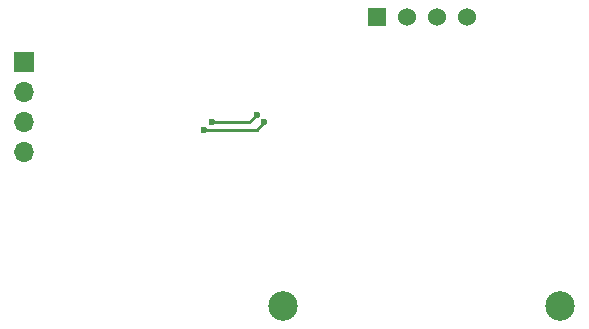
<source format=gtl>
G04 #@! TF.GenerationSoftware,KiCad,Pcbnew,(5.1.5)-3*
G04 #@! TF.CreationDate,2020-10-01T20:26:26+02:00*
G04 #@! TF.ProjectId,C64 Pi1541-II Faceplate,43363420-5069-4313-9534-312d49492046,rev?*
G04 #@! TF.SameCoordinates,Original*
G04 #@! TF.FileFunction,Copper,L1,Top*
G04 #@! TF.FilePolarity,Positive*
%FSLAX46Y46*%
G04 Gerber Fmt 4.6, Leading zero omitted, Abs format (unit mm)*
G04 Created by KiCad (PCBNEW (5.1.5)-3) date 2020-10-01 20:26:26*
%MOMM*%
%LPD*%
G04 APERTURE LIST*
%ADD10C,1.524000*%
%ADD11R,1.524000X1.524000*%
%ADD12C,2.500000*%
%ADD13O,1.700000X1.700000*%
%ADD14R,1.700000X1.700000*%
%ADD15C,0.600000*%
%ADD16C,0.250000*%
G04 APERTURE END LIST*
D10*
X111760000Y-59055000D03*
X109220000Y-59055000D03*
X106680000Y-59055000D03*
D11*
X104140000Y-59055000D03*
D12*
X96200000Y-83555000D03*
X119700000Y-83555000D03*
D13*
X74295000Y-70485000D03*
X74295000Y-67945000D03*
X74295000Y-65405000D03*
D14*
X74295000Y-62865000D03*
D15*
X90170000Y-67945000D03*
X93980000Y-67310000D03*
X89535000Y-68580000D03*
X94615000Y-67945000D03*
D16*
X90170000Y-67945000D02*
X93345000Y-67945000D01*
X93345000Y-67945000D02*
X93980000Y-67310000D01*
X89535000Y-68580000D02*
X93980000Y-68580000D01*
X93980000Y-68580000D02*
X94615000Y-67945000D01*
M02*

</source>
